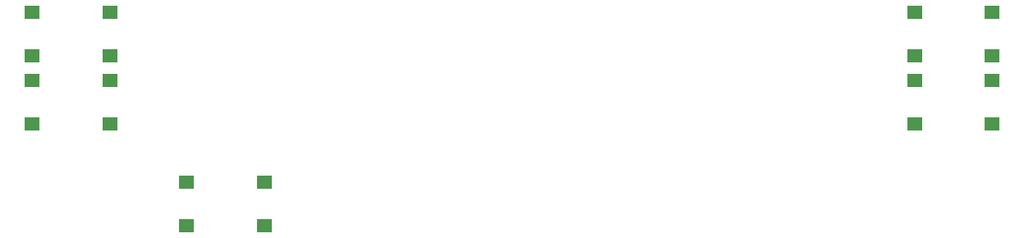
<source format=gbr>
%TF.GenerationSoftware,KiCad,Pcbnew,9.0.0-9.0.0-2~ubuntu24.04.1*%
%TF.CreationDate,2025-03-18T17:56:42+01:00*%
%TF.ProjectId,omnicontroller,6f6d6e69-636f-46e7-9472-6f6c6c65722e,rev?*%
%TF.SameCoordinates,Original*%
%TF.FileFunction,Paste,Bot*%
%TF.FilePolarity,Positive*%
%FSLAX46Y46*%
G04 Gerber Fmt 4.6, Leading zero omitted, Abs format (unit mm)*
G04 Created by KiCad (PCBNEW 9.0.0-9.0.0-2~ubuntu24.04.1) date 2025-03-18 17:56:42*
%MOMM*%
%LPD*%
G01*
G04 APERTURE LIST*
%ADD10R,1.600000X1.400000*%
G04 APERTURE END LIST*
D10*
%TO.C,L2*%
X75500000Y-55550000D03*
X67500000Y-55550000D03*
X75500000Y-60050000D03*
X67500000Y-60050000D03*
%TD*%
%TO.C,BOOT_SEL1*%
X83440000Y-70540000D03*
X91440000Y-70540000D03*
X83440000Y-66040000D03*
X91440000Y-66040000D03*
%TD*%
%TO.C,L1*%
X75500000Y-48550000D03*
X67500000Y-48550000D03*
X75500000Y-53050000D03*
X67500000Y-53050000D03*
%TD*%
%TO.C,bR2*%
X166500000Y-55550000D03*
X158500000Y-55550000D03*
X166500000Y-60050000D03*
X158500000Y-60050000D03*
%TD*%
%TO.C,bR1*%
X166500000Y-48550000D03*
X158500000Y-48550000D03*
X166500000Y-53050000D03*
X158500000Y-53050000D03*
%TD*%
M02*

</source>
